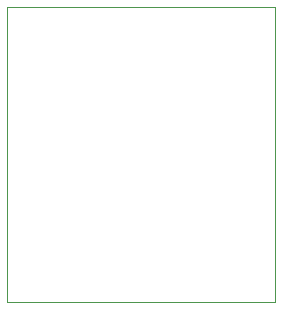
<source format=gm1>
%TF.GenerationSoftware,KiCad,Pcbnew,8.0.0*%
%TF.CreationDate,2024-11-14T09:50:14-06:00*%
%TF.ProjectId,Rain connectors,5261696e-2063-46f6-9e6e-6563746f7273,rev?*%
%TF.SameCoordinates,Original*%
%TF.FileFunction,Profile,NP*%
%FSLAX46Y46*%
G04 Gerber Fmt 4.6, Leading zero omitted, Abs format (unit mm)*
G04 Created by KiCad (PCBNEW 8.0.0) date 2024-11-14 09:50:14*
%MOMM*%
%LPD*%
G01*
G04 APERTURE LIST*
%TA.AperFunction,Profile*%
%ADD10C,0.050000*%
%TD*%
G04 APERTURE END LIST*
D10*
X123000000Y-71475000D02*
X145675000Y-71475000D01*
X145675000Y-96475000D01*
X123000000Y-96475000D01*
X123000000Y-71475000D01*
M02*

</source>
